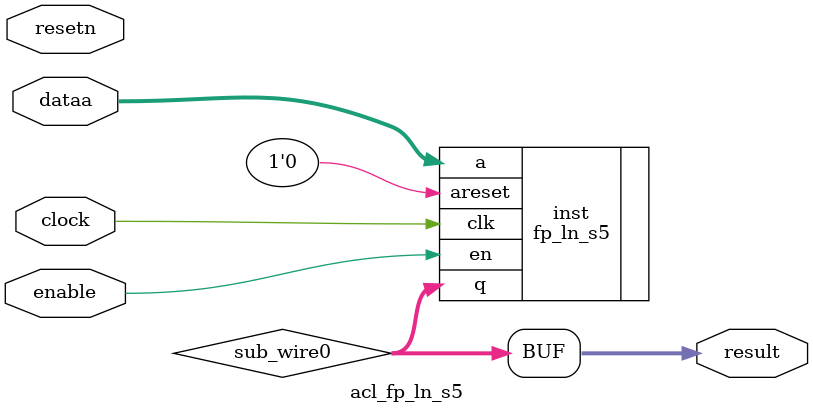
<source format=v>
    


module acl_fp_ln_s5 (
	enable, resetn,
	clock,
	dataa,
	result);

	input	  enable, resetn;
	input	  clock;
	input	[31:0]  dataa;
	output	[31:0]  result;

	wire [31:0] sub_wire0;
	wire [31:0] result = sub_wire0[31:0];

  fp_ln_s5 inst ( .clk(clock),
                  .areset(1'b0),
                  .en(enable),
                  .a(dataa),
                  .q(sub_wire0));

endmodule

</source>
